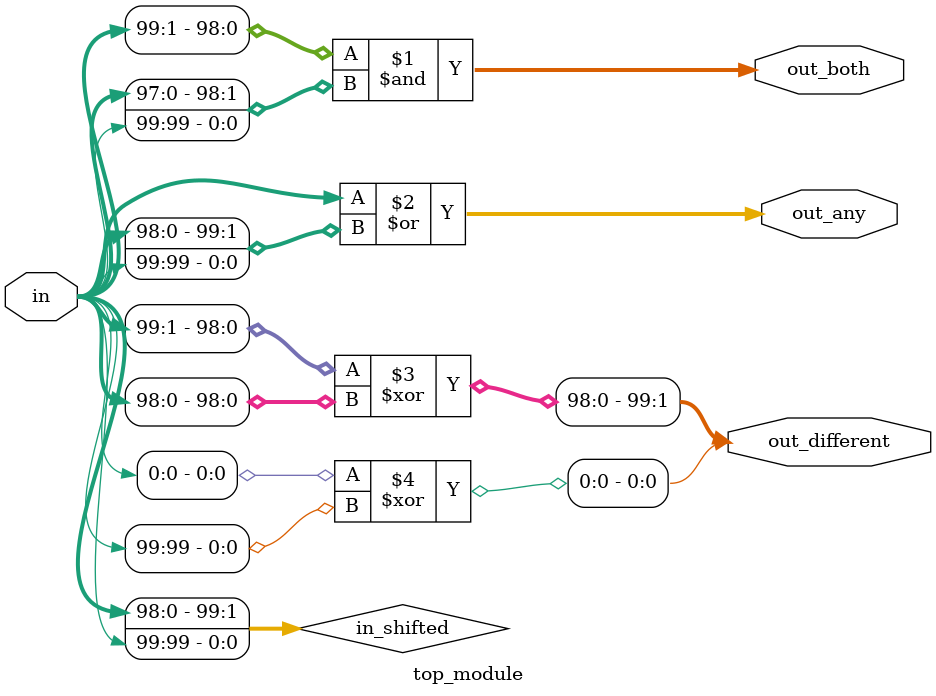
<source format=sv>
module top_module (
	input [99:0] in,
	output [98:0] out_both,
	output [99:0] out_any,
	output [99:0] out_different
);

    wire [99:0] in_shifted = {in[98:0], in[99]};
    
    assign out_both = in[99:1] & in_shifted[98:0];
    assign out_any = in | in_shifted;
    assign out_different[99:1] = in[99:1] ^ in_shifted[99:1];
    assign out_different[0] = in[0] ^ in[99];

endmodule

</source>
